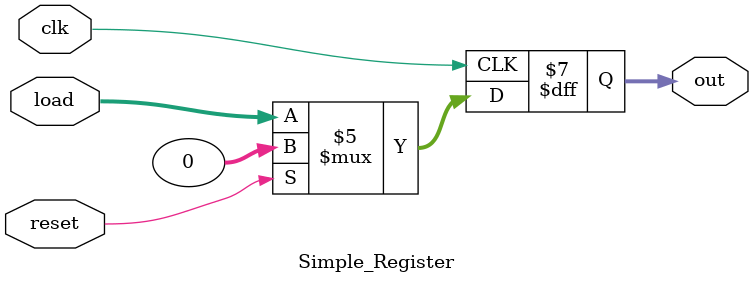
<source format=v>

module Simple_Register #(parameter W=32)(clk, reset, load, out);

	input [W-1:0] load;
	input clk, reset;
	
	output reg [W-1:0] out;
	
	initial begin
		out <= 0;
	end
	
	always @ (posedge clk)
	begin
		//check reset
		if(reset == 1) begin
			out <= 0;
		end else begin
			out <= load;
		end
 	
	end
	
endmodule

</source>
